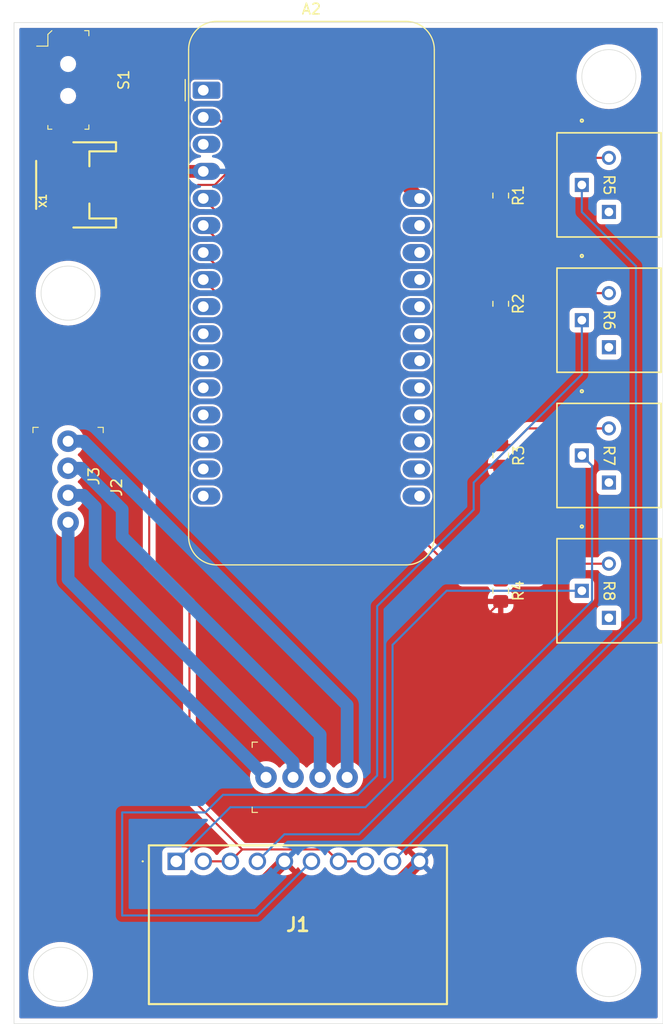
<source format=kicad_pcb>
(kicad_pcb (version 20240108) (generator "pcbnew") (generator_version "8.0")
  (layers (0 "F.Cu" signal) (31 "B.Cu" signal) (34 "B.Paste" user) (35 "F.Paste" user) (36 "B.SilkS" user "B.Silkscreen") (37 "F.SilkS" user "F.Silkscreen") (38 "B.Mask" user) (39 "F.Mask" user) (44 "Edge.Cuts" user))
  (net 0 "")
  (net 1 "Net-(A2-VBAT)")
  (net 9 "Net-(A2-A3)")
  (net 16 "Net-(A2-A0)")
  (net 19 "Net-(A2-A1)")
  (net 21 "Net-(A2-A2)")
  (net 29 "Net-(J1-Pad1)")
  (net 30 "Net-(J1-Pad4)")
  (net 31 "Net-(J1-Pad9)")
  (net 32 "Net-(J1-Pad6)")
  (net 37 "Net-(J2-Pad1)")
  (net 38 "Net-(J2-Pad2)")
  (net 39 "Net-(J2-Pad3)")
  (net 40 "Net-(J2-Pad4)")
  (net 41 "+BATT")
  (net 42 "-BATT")
  (net 43 "+3.3V")
  (footprint "Module:Adafruit_Feather" (layer "F.Cu") (at 33.02 19.05)
    (property "Reference" "A2" (at 10.16 -7.62 0) (layer "F.SilkS"))
    (property "Value" "Adafruit_Feather_Generic" (hide yes))
    (fp_line (start -1.7 1) (end -1.7 -1) (stroke (width 0.12)) (layer "F.SilkS"))
    (fp_line (start -1.38 -3.81) (end -1.38 41.91) (stroke (width 0.12)) (layer "F.SilkS"))
    (fp_line (start 19.05 -6.46) (end 1.27 -6.46) (stroke (width 0.12)) (layer "F.SilkS"))
    (fp_line (start 19.05 44.56) (end 1.27 44.56) (stroke (width 0.12)) (layer "F.SilkS"))
    (fp_line (start 21.7 -3.81) (end 21.7 41.91) (stroke (width 0.12)) (layer "F.SilkS"))
    (fp_arc (start -1.38 -3.81) (mid -0.603833 -5.683833) (end 1.27 -6.46) (stroke (width 0.12)) (layer "F.SilkS"))
    (fp_arc (start 1.27 44.56) (mid -0.603833 43.783833) (end -1.38 41.91) (stroke (width 0.12)) (layer "F.SilkS"))
    (fp_arc (start 19.05 -6.46) (mid 20.923833 -5.683833) (end 21.7 -3.81) (stroke (width 0.12)) (layer "F.SilkS"))
    (fp_arc (start 21.7 41.91) (mid 20.923833 43.783833) (end 19.05 44.56) (stroke (width 0.12)) (layer "F.SilkS"))
    (pad "1" thru_hole roundrect (at 0 0) (size 2.6 1.6) (drill 1 (offset 0.3 0)) (layers "*.Cu" "*.Mask") (roundrect_rratio 0.15625))
    (pad "2" thru_hole oval (at 0 2.54) (size 2.6 1.6) (drill 1 (offset 0.3 0)) (layers "*.Cu" "*.Mask") (net 43 "+3.3V"))
    (pad "3" thru_hole oval (at 0 5.08) (size 2.6 1.6) (drill 1 (offset 0.3 0)) (layers "*.Cu" "*.Mask"))
    (pad "4" thru_hole oval (at 0 7.62) (size 2.6 1.6) (drill 1 (offset 0.3 0)) (layers "*.Cu" "*.Mask") (net 42 "-BATT"))
    (pad "5" thru_hole oval (at 0 10.16) (size 2.6 1.6) (drill 1 (offset 0.3 0)) (layers "*.Cu" "*.Mask") (net 16 "Net-(A2-A0)"))
    (pad "6" thru_hole oval (at 0 12.7) (size 2.6 1.6) (drill 1 (offset 0.3 0)) (layers "*.Cu" "*.Mask") (net 19 "Net-(A2-A1)"))
    (pad "7" thru_hole oval (at 0 15.24) (size 2.6 1.6) (drill 1 (offset 0.3 0)) (layers "*.Cu" "*.Mask") (net 21 "Net-(A2-A2)"))
    (pad "8" thru_hole oval (at 0 17.78) (size 2.6 1.6) (drill 1 (offset 0.3 0)) (layers "*.Cu" "*.Mask") (net 9 "Net-(A2-A3)"))
    (pad "9" thru_hole oval (at 0 20.32) (size 2.6 1.6) (drill 1 (offset 0.3 0)) (layers "*.Cu" "*.Mask"))
    (pad "10" thru_hole oval (at 0 22.86) (size 2.6 1.6) (drill 1 (offset 0.3 0)) (layers "*.Cu" "*.Mask"))
    (pad "11" thru_hole oval (at 0 25.4) (size 2.6 1.6) (drill 1 (offset 0.3 0)) (layers "*.Cu" "*.Mask"))
    (pad "12" thru_hole oval (at 0 27.94) (size 2.6 1.6) (drill 1 (offset 0.3 0)) (layers "*.Cu" "*.Mask"))
    (pad "13" thru_hole oval (at 0 30.48) (size 2.6 1.6) (drill 1 (offset 0.3 0)) (layers "*.Cu" "*.Mask"))
    (pad "14" thru_hole oval (at 0 33.02) (size 2.6 1.6) (drill 1 (offset 0.3 0)) (layers "*.Cu" "*.Mask"))
    (pad "15" thru_hole oval (at 0 35.56) (size 2.6 1.6) (drill 1 (offset 0.3 0)) (layers "*.Cu" "*.Mask"))
    (pad "16" thru_hole oval (at 0 38.1) (size 2.6 1.6) (drill 1 (offset 0.3 0)) (layers "*.Cu" "*.Mask"))
    (pad "17" thru_hole oval (at 20.32 38.1 180) (size 2.6 1.6) (drill 1 (offset 0.3 0)) (layers "*.Cu" "*.Mask"))
    (pad "18" thru_hole oval (at 20.32 35.56 180) (size 2.6 1.6) (drill 1 (offset 0.3 0)) (layers "*.Cu" "*.Mask"))
    (pad "19" thru_hole oval (at 20.32 33.02 180) (size 2.6 1.6) (drill 1 (offset 0.3 0)) (layers "*.Cu" "*.Mask"))
    (pad "20" thru_hole oval (at 20.32 30.48 180) (size 2.6 1.6) (drill 1 (offset 0.3 0)) (layers "*.Cu" "*.Mask"))
    (pad "21" thru_hole oval (at 20.32 27.94 180) (size 2.6 1.6) (drill 1 (offset 0.3 0)) (layers "*.Cu" "*.Mask"))
    (pad "22" thru_hole oval (at 20.32 25.4 180) (size 2.6 1.6) (drill 1 (offset 0.3 0)) (layers "*.Cu" "*.Mask"))
    (pad "23" thru_hole oval (at 20.32 22.86 180) (size 2.6 1.6) (drill 1 (offset 0.3 0)) (layers "*.Cu" "*.Mask"))
    (pad "24" thru_hole oval (at 20.32 20.32 180) (size 2.6 1.6) (drill 1 (offset 0.3 0)) (layers "*.Cu" "*.Mask"))
    (pad "25" thru_hole oval (at 20.32 17.78 180) (size 2.6 1.6) (drill 1 (offset 0.3 0)) (layers "*.Cu" "*.Mask"))
    (pad "26" thru_hole oval (at 20.32 15.24 180) (size 2.6 1.6) (drill 1 (offset 0.3 0)) (layers "*.Cu" "*.Mask"))
    (pad "27" thru_hole oval (at 20.32 12.7 180) (size 2.6 1.6) (drill 1 (offset 0.3 0)) (layers "*.Cu" "*.Mask"))
    (pad "28" thru_hole oval (at 20.32 10.16 180) (size 2.6 1.6) (drill 1 (offset 0.3 0)) (layers "*.Cu" "*.Mask") (net 1 "Net-(A2-VBAT)"))
  )
  (footprint "Resistor_SMD:R_0805_2012Metric_Pad1.20x1.40mm_HandSolder" (layer "F.Cu") (at 60.96 66.04 -90)
    (property "Reference" "R4" (at 0 -1.65 90) (layer "F.SilkS"))
    (property "Value" "R")
    (fp_line (start -0.227064 0.735) (end 0.227064 0.735) (stroke (width 0.12)) (layer "F.SilkS"))
    (fp_line (start -0.227064 -0.735) (end 0.227064 -0.735) (stroke (width 0.12)) (layer "F.SilkS"))
    (pad "1" smd roundrect (at -1 0 270) (size 1.2 1.4) (layers "F.Cu" "F.Paste" "F.Mask") (roundrect_rratio 0.208333) (net 9 "Net-(A2-A3)"))
    (pad "2" smd roundrect (at 1 0 270) (size 1.2 1.4) (layers "F.Cu" "F.Paste" "F.Mask") (roundrect_rratio 0.208333) (net 42 "-BATT"))
  )
  (footprint "digikey-footprints:PinHeader_1x4_P2.54mm_Drill1.02mm" (layer "F.Cu") (at 38.913134 83.548351)
    (property "Reference" "J3" (at -16.172117 -28.273079 90) (layer "F.SilkS"))
    (property "Value" "0022232041")
    (fp_line (start -1.3 -3.3) (end -1.3 -2.8) (stroke (width 0.1)) (layer "F.SilkS"))
    (fp_line (start -1.3 -3.3) (end -0.8 -3.3) (stroke (width 0.1)) (layer "F.SilkS"))
    (fp_line (start -1.3 3.3) (end -1.3 2.8) (stroke (width 0.1)) (layer "F.SilkS"))
    (fp_line (start -1.3 3.3) (end -0.8 3.3) (stroke (width 0.1)) (layer "F.SilkS"))
    (pad "1" thru_hole circle (at 0 0) (size 2.02 2.02) (drill 1.02) (layers "*.Cu" "*.Mask") (net 40 "Net-(J2-Pad4)"))
    (pad "2" thru_hole circle (at 2.54 0) (size 2.02 2.02) (drill 1.02) (layers "*.Cu" "*.Mask") (net 39 "Net-(J2-Pad3)"))
    (pad "3" thru_hole circle (at 5.08 0) (size 2.02 2.02) (drill 1.02) (layers "*.Cu" "*.Mask") (net 38 "Net-(J2-Pad2)"))
    (pad "4" thru_hole circle (at 7.62 0) (size 2.02 2.02) (drill 1.02) (layers "*.Cu" "*.Mask") (net 37 "Net-(J2-Pad1)"))
  )
  (footprint "footprints2:POT_3386P" (layer "F.Cu") (at 71.12 63.5 -90)
    (property "Reference" "R8" (at 2.54 -0.0127 -90) (layer "F.SilkS"))
    (property "Value" "3386P-1-103TLF")
    (fp_line (start -2.3495 4.8768) (end -2.3495 -4.9022) (stroke (width 0.1524)) (layer "F.SilkS"))
    (fp_line (start 7.4295 4.8768) (end -2.3495 4.8768) (stroke (width 0.1524)) (layer "F.SilkS"))
    (fp_line (start -2.3495 -4.9022) (end 7.4295 -4.9022) (stroke (width 0.1524)) (layer "F.SilkS"))
    (fp_line (start 7.4295 -4.9022) (end 7.4295 4.8768) (stroke (width 0.1524)) (layer "F.SilkS"))
    (fp_circle (center -3.4925 2.54) (end -3.3655 2.54) (stroke (width 0.1524)) (fill none) (layer "F.SilkS"))
    (pad "1" thru_hole circle (at 0 0 270) (size 1.3208 1.3208) (drill 0.8128) (layers "*.Cu" "*.Mask") (net 9 "Net-(A2-A3)"))
    (pad "2" thru_hole rect (at 2.54 2.54 270) (size 1.3208 1.3208) (drill 0.8128) (layers "*.Cu" "*.Mask") (net 29 "Net-(J1-Pad1)"))
    (pad "3" thru_hole rect (at 5.08 0 270) (size 1.3208 1.3208) (drill 0.8128) (layers "*.Cu" "*.Mask"))
  )
  (footprint "footprints2:POT_3386P" (layer "F.Cu") (at 71.12 38.1 -90)
    (property "Reference" "R6" (at 2.54 -0.0127 -90) (layer "F.SilkS"))
    (property "Value" "3386P-1-103TLF")
    (fp_line (start -2.3495 4.8768) (end -2.3495 -4.9022) (stroke (width 0.1524)) (layer "F.SilkS"))
    (fp_line (start 7.4295 4.8768) (end -2.3495 4.8768) (stroke (width 0.1524)) (layer "F.SilkS"))
    (fp_line (start -2.3495 -4.9022) (end 7.4295 -4.9022) (stroke (width 0.1524)) (layer "F.SilkS"))
    (fp_line (start 7.4295 -4.9022) (end 7.4295 4.8768) (stroke (width 0.1524)) (layer "F.SilkS"))
    (fp_circle (center -3.4925 2.54) (end -3.3655 2.54) (stroke (width 0.1524)) (fill none) (layer "F.SilkS"))
    (pad "1" thru_hole circle (at 0 0 270) (size 1.3208 1.3208) (drill 0.8128) (layers "*.Cu" "*.Mask") (net 19 "Net-(A2-A1)"))
    (pad "2" thru_hole rect (at 2.54 2.54 270) (size 1.3208 1.3208) (drill 0.8128) (layers "*.Cu" "*.Mask") (net 32 "Net-(J1-Pad6)"))
    (pad "3" thru_hole rect (at 5.08 0 270) (size 1.3208 1.3208) (drill 0.8128) (layers "*.Cu" "*.Mask"))
  )
  (footprint "digikey-footprints:Switch_Slide_JS202011SCQN" (layer "F.Cu") (at 20.34603 18.085733 -90)
    (property "Reference" "S1" (at 0 -5.2 90) (layer "F.SilkS"))
    (property "Value" "JS202011SCQN")
    (fp_line (start -4.275 1.925) (end -3.175 1.925) (stroke (width 0.1)) (layer "F.SilkS"))
    (fp_line (start -3.175 1.925) (end -3.175 2.975) (stroke (width 0.1)) (layer "F.SilkS"))
    (fp_line (start 4.625 1.925) (end 4.275 1.925) (stroke (width 0.1)) (layer "F.SilkS"))
    (fp_line (start -4.625 1.55) (end -4.275 1.925) (stroke (width 0.1)) (layer "F.SilkS"))
    (fp_line (start 4.625 1.55) (end 4.625 1.925) (stroke (width 0.1)) (layer "F.SilkS"))
    (fp_line (start -4.625 -1.925) (end -4.625 -1.525) (stroke (width 0.1)) (layer "F.SilkS"))
    (fp_line (start -4.15 -1.925) (end -4.625 -1.925) (stroke (width 0.1)) (layer "F.SilkS"))
    (fp_line (start 4.225 -1.925) (end 4.625 -1.925) (stroke (width 0.1)) (layer "F.SilkS"))
    (fp_line (start 4.625 -1.925) (end 4.625 -1.55) (stroke (width 0.1)) (layer "F.SilkS"))
    (pad "1" smd rect (at -2.5 2.75 270) (size 1.2 2.5) (layers "F.Cu" "F.Paste" "F.Mask") (net 1 "Net-(A2-VBAT)"))
    (pad "2" smd rect (at 0 2.75 270) (size 1.2 2.5) (layers "F.Cu" "F.Paste" "F.Mask") (net 41 "+BATT"))
    (pad "3" smd rect (at 2.5 2.75 270) (size 1.2 2.5) (layers "F.Cu" "F.Paste" "F.Mask"))
    (pad "4" smd rect (at -2.5 -2.75 270) (size 1.2 2.5) (layers "F.Cu" "F.Paste" "F.Mask") (net 1 "Net-(A2-VBAT)"))
    (pad "5" smd rect (at 0 -2.75 270) (size 1.2 2.5) (layers "F.Cu" "F.Paste" "F.Mask") (net 41 "+BATT"))
    (pad "6" smd rect (at 2.5 -2.75 270) (size 1.2 2.5) (layers "F.Cu" "F.Paste" "F.Mask"))
  )
  (footprint "Resistor_SMD:R_0805_2012Metric_Pad1.20x1.40mm_HandSolder" (layer "F.Cu") (at 60.96 39.1 -90)
    (property "Reference" "R2" (at 0 -1.65 90) (layer "F.SilkS"))
    (property "Value" "R")
    (fp_line (start -0.227064 0.735) (end 0.227064 0.735) (stroke (width 0.12)) (layer "F.SilkS"))
    (fp_line (start -0.227064 -0.735) (end 0.227064 -0.735) (stroke (width 0.12)) (layer "F.SilkS"))
    (pad "1" smd roundrect (at -1 0 270) (size 1.2 1.4) (layers "F.Cu" "F.Paste" "F.Mask") (roundrect_rratio 0.208333) (net 19 "Net-(A2-A1)"))
    (pad "2" smd roundrect (at 1 0 270) (size 1.2 1.4) (layers "F.Cu" "F.Paste" "F.Mask") (roundrect_rratio 0.208333) (net 42 "-BATT"))
  )
  (footprint "JST2 switch:JSTPH2" (layer "F.Cu") (at 20.32 27.94 90)
    (property "Reference" "X1" (at -2.2225 -1.9685 90) (layer "F.SilkS") (effects (font (size 0.666496 0.666496) (thickness 0.146304)) (justify left bottom)))
    (property "Value" "CON_JST_PH_2PIN")
    (fp_line (start -2.25 -3) (end 2.25 -3) (stroke (width 0.2032)) (layer "F.SilkS"))
    (fp_line (start 4 0.5) (end 4 4.5) (stroke (width 0.2032)) (layer "F.SilkS"))
    (fp_line (start 3.15 2) (end 1.75 2) (stroke (width 0.2032)) (layer "F.SilkS"))
    (fp_line (start -1.75 2) (end -3.15 2) (stroke (width 0.2032)) (layer "F.SilkS"))
    (fp_line (start -3.15 2) (end -3.15 4.5) (stroke (width 0.2032)) (layer "F.SilkS"))
    (fp_line (start 4 4.5) (end 3.15 4.5) (stroke (width 0.2032)) (layer "F.SilkS"))
    (fp_line (start 3.15 4.5) (end 3.15 2) (stroke (width 0.2032)) (layer "F.SilkS"))
    (fp_line (start -3.15 4.5) (end -4 4.5) (stroke (width 0.2032)) (layer "F.SilkS"))
    (fp_line (start -4 4.5) (end -4 0.5) (stroke (width 0.2032)) (layer "F.SilkS"))
    (pad "1" smd rect (at -1 3.7 90) (size 1 4.6) (layers "F.Cu" "F.Paste" "F.Mask") (net 42 "-BATT"))
    (pad "2" smd rect (at 1 3.7 90) (size 1 4.6) (layers "F.Cu" "F.Paste" "F.Mask") (net 41 "+BATT"))
    (pad "NC1" smd rect (at -3.4 -1.5 180) (size 3.4 1.6) (layers "F.Cu" "F.Paste" "F.Mask"))
    (pad "NC2" smd rect (at 3.4 -1.5 180) (size 3.4 1.6) (layers "F.Cu" "F.Paste" "F.Mask"))
  )
  (footprint "Resistor_SMD:R_0805_2012Metric_Pad1.20x1.40mm_HandSolder" (layer "F.Cu") (at 60.96 53.34 -90)
    (property "Reference" "R3" (at 0.013734 -1.682641 90) (layer "F.SilkS"))
    (property "Value" "R")
    (fp_line (start -0.227064 0.735) (end 0.227064 0.735) (stroke (width 0.12)) (layer "F.SilkS"))
    (fp_line (start -0.227064 -0.735) (end 0.227064 -0.735) (stroke (width 0.12)) (layer "F.SilkS"))
    (pad "1" smd roundrect (at -1 0 270) (size 1.2 1.4) (layers "F.Cu" "F.Paste" "F.Mask") (roundrect_rratio 0.208333) (net 21 "Net-(A2-A2)"))
    (pad "2" smd roundrect (at 1 0 270) (size 1.2 1.4) (layers "F.Cu" "F.Paste" "F.Mask") (roundrect_rratio 0.208333) (net 42 "-BATT"))
  )
  (footprint "Resistor_SMD:R_0805_2012Metric_Pad1.20x1.40mm_HandSolder" (layer "F.Cu") (at 60.96 28.94 -90)
    (property "Reference" "R1" (at 0 -1.65 90) (layer "F.SilkS"))
    (property "Value" "R")
    (fp_line (start -0.227064 0.735) (end 0.227064 0.735) (stroke (width 0.12)) (layer "F.SilkS"))
    (fp_line (start -0.227064 -0.735) (end 0.227064 -0.735) (stroke (width 0.12)) (layer "F.SilkS"))
    (pad "1" smd roundrect (at -1 0 270) (size 1.2 1.4) (layers "F.Cu" "F.Paste" "F.Mask") (roundrect_rratio 0.208333) (net 16 "Net-(A2-A0)"))
    (pad "2" smd roundrect (at 1 0 270) (size 1.2 1.4) (layers "F.Cu" "F.Paste" "F.Mask") (roundrect_rratio 0.208333) (net 42 "-BATT"))
  )
  (footprint "footprints2:POT_3386P" (layer "F.Cu") (at 71.12 25.4 -90)
    (property "Reference" "R5" (at 2.54 -0.0127 -90) (layer "F.SilkS"))
    (property "Value" "3386P-1-103TLF")
    (fp_line (start -2.3495 4.8768) (end -2.3495 -4.9022) (stroke (width 0.1524)) (layer "F.SilkS"))
    (fp_line (start 7.4295 4.8768) (end -2.3495 4.8768) (stroke (width 0.1524)) (layer "F.SilkS"))
    (fp_line (start -2.3495 -4.9022) (end 7.4295 -4.9022) (stroke (width 0.1524)) (layer "F.SilkS"))
    (fp_line (start 7.4295 -4.9022) (end 7.4295 4.8768) (stroke (width 0.1524)) (layer "F.SilkS"))
    (fp_circle (center -3.4925 2.54) (end -3.3655 2.54) (stroke (width 0.1524)) (fill none) (layer "F.SilkS"))
    (pad "1" thru_hole circle (at 0 0 270) (size 1.3208 1.3208) (drill 0.8128) (layers "*.Cu" "*.Mask") (net 16 "Net-(A2-A0)"))
    (pad "2" thru_hole rect (at 2.54 2.54 270) (size 1.3208 1.3208) (drill 0.8128) (layers "*.Cu" "*.Mask") (net 31 "Net-(J1-Pad9)"))
    (pad "3" thru_hole rect (at 5.08 0 270) (size 1.3208 1.3208) (drill 0.8128) (layers "*.Cu" "*.Mask"))
  )
  (footprint "KiCad:2803812" (layer "F.Cu") (at 30.48 91.44)
    (property "Reference" "J1" (at 11.43 5.95 0) (layer "F.SilkS") (effects (font (size 1.27 1.27) (thickness 0.254))))
    (property "Value" "280381-2" (hide yes))
    (fp_line (start -3.2 0) (end -3.2 0) (stroke (width 0.1)) (layer "F.SilkS"))
    (fp_line (start -3.1 0) (end -3.1 0) (stroke (width 0.1)) (layer "F.SilkS"))
    (fp_line (start -2.57 -1.5) (end -2.57 13.4) (stroke (width 0.2)) (layer "F.SilkS"))
    (fp_line (start -2.57 13.4) (end 25.43 13.4) (stroke (width 0.2)) (layer "F.SilkS"))
    (fp_line (start 25.43 -1.5) (end -2.57 -1.5) (stroke (width 0.2)) (layer "F.SilkS"))
    (fp_line (start 25.43 13.4) (end 25.43 -1.5) (stroke (width 0.2)) (layer "F.SilkS"))
    (fp_arc (start -3.2 0) (mid -3.15 -0.05) (end -3.1 0) (stroke (width 0.1)) (layer "F.SilkS"))
    (fp_arc (start -3.1 0) (mid -3.15 0.05) (end -3.2 0) (stroke (width 0.1)) (layer "F.SilkS"))
    (pad "1" thru_hole rect (at 0 0) (size 1.635 1.635) (drill 1.09) (layers "*.Cu" "*.Mask") (net 29 "Net-(J1-Pad1)"))
    (pad "2" thru_hole circle (at 2.54 0) (size 1.635 1.635) (drill 1.09) (layers "*.Cu" "*.Mask") (net 43 "+3.3V"))
    (pad "3" thru_hole circle (at 5.08 0) (size 1.635 1.635) (drill 1.09) (layers "*.Cu" "*.Mask") (net 43 "+3.3V"))
    (pad "4" thru_hole circle (at 7.62 0) (size 1.635 1.635) (drill 1.09) (layers "*.Cu" "*.Mask") (net 30 "Net-(J1-Pad4)"))
    (pad "5" thru_hole circle (at 10.16 0) (size 1.635 1.635) (drill 1.09) (layers "*.Cu" "*.Mask") (net 42 "-BATT"))
    (pad "6" thru_hole circle (at 12.7 0) (size 1.635 1.635) (drill 1.09) (layers "*.Cu" "*.Mask") (net 32 "Net-(J1-Pad6)"))
    (pad "7" thru_hole circle (at 15.24 0) (size 1.635 1.635) (drill 1.09) (layers "*.Cu" "*.Mask") (net 43 "+3.3V"))
    (pad "8" thru_hole circle (at 17.78 0) (size 1.635 1.635) (drill 1.09) (layers "*.Cu" "*.Mask") (net 43 "+3.3V"))
    (pad "9" thru_hole circle (at 20.32 0) (size 1.635 1.635) (drill 1.09) (layers "*.Cu" "*.Mask") (net 31 "Net-(J1-Pad9)"))
    (pad "10" thru_hole circle (at 22.86 0) (size 1.635 1.635) (drill 1.09) (layers "*.Cu" "*.Mask") (net 42 "-BATT"))
  )
  (footprint "footprints2:POT_3386P" (layer "F.Cu") (at 71.12 50.8 -90)
    (property "Reference" "R7" (at 2.54 -0.0127 -90) (layer "F.SilkS"))
    (property "Value" "3386P-1-103TLF")
    (fp_line (start -2.3495 4.8768) (end -2.3495 -4.9022) (stroke (width 0.1524)) (layer "F.SilkS"))
    (fp_line (start 7.4295 4.8768) (end -2.3495 4.8768) (stroke (width 0.1524)) (layer "F.SilkS"))
    (fp_line (start -2.3495 -4.9022) (end 7.4295 -4.9022) (stroke (width 0.1524)) (layer "F.SilkS"))
    (fp_line (start 7.4295 -4.9022) (end 7.4295 4.8768) (stroke (width 0.1524)) (layer "F.SilkS"))
    (fp_circle (center -3.4925 2.54) (end -3.3655 2.54) (stroke (width 0.1524)) (fill none) (layer "F.SilkS"))
    (pad "1" thru_hole circle (at 0 0 270) (size 1.3208 1.3208) (drill 0.8128) (layers "*.Cu" "*.Mask") (net 21 "Net-(A2-A2)"))
    (pad "2" thru_hole rect (at 2.54 2.54 270) (size 1.3208 1.3208) (drill 0.8128) (layers "*.Cu" "*.Mask") (net 30 "Net-(J1-Pad4)"))
    (pad "3" thru_hole rect (at 5.08 0 270) (size 1.3208 1.3208) (drill 0.8128) (layers "*.Cu" "*.Mask"))
  )
  (footprint "digikey-footprints:PinHeader_1x4_P2.54mm_Drill1.02mm" (layer "F.Cu") (at 20.32 52 -90)
    (property "Reference" "J2" (at 4.33 -4.56 90) (layer "F.SilkS"))
    (property "Value" "0022232041")
    (fp_line (start -1.3 3.3) (end -0.8 3.3) (stroke (width 0.1)) (layer "F.SilkS"))
    (fp_line (start -1.3 3.3) (end -1.3 2.8) (stroke (width 0.1)) (layer "F.SilkS"))
    (fp_line (start -1.3 -3.3) (end -1.3 -2.8) (stroke (width 0.1)) (layer "F.SilkS"))
    (fp_line (start -1.3 -3.3) (end -0.8 -3.3) (stroke (width 0.1)) (layer "F.SilkS"))
    (pad "1" thru_hole circle (at 0 0 270) (size 2.02 2.02) (drill 1.02) (layers "*.Cu" "*.Mask") (net 37 "Net-(J2-Pad1)"))
    (pad "2" thru_hole circle (at 2.54 0 270) (size 2.02 2.02) (drill 1.02) (layers "*.Cu" "*.Mask") (net 38 "Net-(J2-Pad2)"))
    (pad "3" thru_hole circle (at 5.08 0 270) (size 2.02 2.02) (drill 1.02) (layers "*.Cu" "*.Mask") (net 39 "Net-(J2-Pad3)"))
    (pad "4" thru_hole circle (at 7.62 0 270) (size 2.02 2.02) (drill 1.02) (layers "*.Cu" "*.Mask") (net 40 "Net-(J2-Pad4)"))
  )
  (gr_circle (center 19.610328 102.048299) (end 19.610328 99.508299) (stroke (width 0.05)) (fill none) (layer "Edge.Cuts"))
  (gr_circle (center 71.12 17.78) (end 71.12 15.24) (stroke (width 0.05)) (fill none) (layer "Edge.Cuts"))
  (gr_circle (center 20.32 38.1) (end 20.32 35.56) (stroke (width 0.05)) (fill none) (layer "Edge.Cuts"))
  (gr_circle (center 71.12 101.6) (end 71.12 99.06) (stroke (width 0.05)) (fill none) (layer "Edge.Cuts"))
  (gr_rect (start 15.24 12.7) (end 76.2 106.68) (stroke (width 0.05)) (fill none) (layer "Edge.Cuts"))
  (segment (start 23.12 15.59) (end 39.72 15.59) (width 1.2) (layer "F.Cu") (net 1))
  (segment (start 17.87 15.24) (end 17.52 15.59) (width 1.2) (layer "F.Cu") (net 1))
  (segment (start 22.77 15.24) (end 17.87 15.24) (width 1.2) (layer "F.Cu") (net 1))
  (segment (start 23.12 15.59) (end 22.77 15.24) (width 1.2) (layer "F.Cu") (net 1))
  (segment (start 39.72 15.59) (end 53.34 29.21) (width 1.2) (layer "F.Cu") (net 1))
  (segment (start 57.42 65.04) (end 60.96 65.04) (width 0.2) (layer "F.Cu") (net 9))
  (segment (start 33.02 36.83) (end 48.26 52.07) (width 0.2) (layer "F.Cu") (net 9))
  (segment (start 48.26 55.88) (end 57.42 65.04) (width 0.2) (layer "F.Cu") (net 9))
  (segment (start 66.04 63.5) (end 71.12 63.5) (width 0.2) (layer "F.Cu") (net 9))
  (segment (start 60.96 65.04) (end 64.5 65.04) (width 0.2) (layer "F.Cu") (net 9))
  (segment (start 64.5 65.04) (end 66.04 63.5) (width 0.2) (layer "F.Cu") (net 9))
  (segment (start 48.26 52.07) (end 48.26 55.88) (width 0.2) (layer "F.Cu") (net 9))
  (segment (start 33.02 29.21) (end 34.12 30.31) (width 0.2) (layer "F.Cu") (net 16))
  (segment (start 58.59 30.31) (end 60.96 27.94) (width 0.2) (layer "F.Cu") (net 16))
  (segment (start 60.96 27.94) (end 63.5 27.94) (width 0.2) (layer "F.Cu") (net 16))
  (segment (start 63.5 27.94) (end 66.04 25.4) (width 0.2) (layer "F.Cu") (net 16))
  (segment (start 34.12 30.31) (end 58.59 30.31) (width 0.2) (layer "F.Cu") (net 16))
  (segment (start 66.04 25.4) (end 71.12 25.4) (width 0.2) (layer "F.Cu") (net 16))
  (segment (start 33.02 31.75) (end 39.37 38.1) (width 0.2) (layer "F.Cu") (net 19))
  (segment (start 39.37 38.1) (end 60.96 38.1) (width 0.2) (layer "F.Cu") (net 19))
  (segment (start 60.96 38.1) (end 71.12 38.1) (width 0.2) (layer "F.Cu") (net 19))
  (segment (start 60.96 52.34) (end 61.96 52.34) (width 0.2) (layer "F.Cu") (net 21))
  (segment (start 63.5 50.8) (end 71.12 50.8) (width 0.2) (layer "F.Cu") (net 21))
  (segment (start 49.7 50.97) (end 59.59 50.97) (width 0.2) (layer "F.Cu") (net 21))
  (segment (start 59.59 50.97) (end 60.96 52.34) (width 0.2) (layer "F.Cu") (net 21))
  (segment (start 33.02 34.29) (end 49.7 50.97) (width 0.2) (layer "F.Cu") (net 21))
  (segment (start 61.96 52.34) (end 63.5 50.8) (width 0.2) (layer "F.Cu") (net 21))
  (segment (start 48.26 86.36) (end 35.56 86.36) (width 0.2) (layer "B.Cu") (net 29))
  (segment (start 55.88 66.04) (end 50.8 71.12) (width 0.2) (layer "B.Cu") (net 29))
  (segment (start 68.58 66.04) (end 55.88 66.04) (width 0.2) (layer "B.Cu") (net 29))
  (segment (start 35.56 86.36) (end 30.48 91.44) (width 0.2) (layer "B.Cu") (net 29))
  (segment (start 50.8 71.12) (end 50.8 83.82) (width 0.2) (layer "B.Cu") (net 29))
  (segment (start 50.8 83.82) (end 48.26 86.36) (width 0.2) (layer "B.Cu") (net 29))
  (segment (start 69.5404 67.0004) (end 47.6408 88.9) (width 0.2) (layer "B.Cu") (net 30))
  (segment (start 68.58 53.34) (end 69.5404 54.3004) (width 0.2) (layer "B.Cu") (net 30))
  (segment (start 40.64 88.9) (end 38.1 91.44) (width 0.2) (layer "B.Cu") (net 30))
  (segment (start 69.5404 54.3004) (end 69.5404 67.0004) (width 0.2) (layer "B.Cu") (net 30))
  (segment (start 47.6408 88.9) (end 40.64 88.9) (width 0.2) (layer "B.Cu") (net 30))
  (segment (start 68.58 30.48) (end 68.58 27.94) (width 0.2) (layer "B.Cu") (net 31))
  (segment (start 50.8 91.44) (end 73.66 68.58) (width 0.2) (layer "B.Cu") (net 31))
  (segment (start 73.66 35.56) (end 68.58 30.48) (width 0.2) (layer "B.Cu") (net 31))
  (segment (start 73.66 68.58) (end 73.66 35.56) (width 0.2) (layer "B.Cu") (net 31))
  (segment (start 58.42 58.42) (end 58.42 55.88) (width 0.2) (layer "B.Cu") (net 32))
  (segment (start 47.535883 85.198729) (end 49.350368 83.384244) (width 0.2) (layer "B.Cu") (net 32))
  (segment (start 25.4 96.52) (end 25.4 86.845635) (width 0.2) (layer "B.Cu") (net 32))
  (segment (start 58.42 55.88) (end 68.58 45.72) (width 0.2) (layer "B.Cu") (net 32))
  (segment (start 49.350368 83.384244) (end 49.350368 67.489632) (width 0.2) (layer "B.Cu") (net 32))
  (segment (start 25.4 86.845635) (end 33.223869 86.845635) (width 0.2) (layer "B.Cu") (net 32))
  (segment (start 33.223869 86.845635) (end 34.870775 85.198729) (width 0.2) (layer "B.Cu") (net 32))
  (segment (start 49.350368 67.489632) (end 58.42 58.42) (width 0.2) (layer "B.Cu") (net 32))
  (segment (start 34.870775 85.198729) (end 47.535883 85.198729) (width 0.2) (layer "B.Cu") (net 32))
  (segment (start 68.58 45.72) (end 68.58 40.64) (width 0.2) (layer "B.Cu") (net 32))
  (segment (start 38.1 96.52) (end 25.4 96.52) (width 0.2) (layer "B.Cu") (net 32))
  (segment (start 43.18 91.44) (end 38.1 96.52) (width 0.2) (layer "B.Cu") (net 32))
  (segment (start 21.748355 52) (end 20.32 52) (width 1.2) (layer "B.Cu") (net 37))
  (segment (start 46.533134 76.784779) (end 21.748355 52) (width 1.2) (layer "B.Cu") (net 37))
  (segment (start 46.533134 83.548351) (end 46.533134 76.784779) (width 1.2) (layer "B.Cu") (net 37))
  (segment (start 43.993134 83.548351) (end 43.993134 79.553134) (width 1.2) (layer "B.Cu") (net 38))
  (segment (start 25.4 58.42) (end 21.52 54.54) (width 1.2) (layer "B.Cu") (net 38))
  (segment (start 21.52 54.54) (end 20.32 54.54) (width 1.2) (layer "B.Cu") (net 38))
  (segment (start 43.993134 79.553134) (end 25.4 60.96) (width 1.2) (layer "B.Cu") (net 38))
  (segment (start 25.4 60.96) (end 25.4 58.42) (width 1.2) (layer "B.Cu") (net 38))
  (segment (start 22.86 58.191645) (end 21.748355 57.08) (width 1.2) (layer "B.Cu") (net 39))
  (segment (start 41.453134 83.548351) (end 41.453134 82.119996) (width 1.2) (layer "B.Cu") (net 39))
  (segment (start 22.86 63.526862) (end 22.86 58.191645) (width 1.2) (layer "B.Cu") (net 39))
  (segment (start 21.748355 57.08) (end 20.32 57.08) (width 1.2) (layer "B.Cu") (net 39))
  (segment (start 41.453134 82.119996) (end 22.86 63.526862) (width 1.2) (layer "B.Cu") (net 39))
  (segment (start 38.913134 83.548351) (end 20.32 64.955217) (width 1.2) (layer "B.Cu") (net 40))
  (segment (start 20.32 64.955217) (end 20.32 59.62) (width 1.2) (layer "B.Cu") (net 40))
  (segment (start 24.67 26.29) (end 24.02 26.94) (width 1.2) (layer "F.Cu") (net 41))
  (segment (start 24.67 19.64) (end 24.67 26.29) (width 1.2) (layer "F.Cu") (net 41))
  (segment (start 23.12 18.09) (end 17.52 18.09) (width 1.2) (layer "F.Cu") (net 41))
  (segment (start 23.12 18.09) (end 24.67 19.64) (width 1.2) (layer "F.Cu") (net 41))
  (segment (start 22.86 45.72) (end 25.742294 42.837706) (width 1.2) (layer "F.Cu") (net 42))
  (segment (start 64.318211 29.94) (end 69.938211 35.56) (width 0.2) (layer "F.Cu") (net 42))
  (segment (start 58.42 69.58) (end 58.42 83.82) (width 0.2) (layer "F.Cu") (net 42))
  (segment (start 58.42 86.36) (end 53.34 91.44) (width 0.2) (layer "F.Cu") (net 42))
  (segment (start 60.96 54.34) (end 67.04 54.34) (width 0.2) (layer "F.Cu") (net 42))
  (segment (start 67.04 54.34) (end 73.66 60.96) (width 0.2) (layer "F.Cu") (net 42))
  (segment (start 60.96 40.1) (end 66.58 45.72) (width 0.2) (layer "F.Cu") (net 42))
  (segment (start 24.02 28.94) (end 27.94 28.94) (width 1.2) (layer "F.Cu") (net 42))
  (segment (start 33.02 99.06) (end 34.29 97.79) (width 1.2) (layer "F.Cu") (net 42))
  (segment (start 66.58 45.72) (end 73.66 45.72) (width 0.2) (layer "F.Cu") (net 42))
  (segment (start 68.58 73.66) (end 58.42 83.82) (width 0.2) (layer "F.Cu") (net 42))
  (segment (start 46.99 97.79) (end 53.34 91.44) (width 1.2) (layer "F.Cu") (net 42))
  (segment (start 60.96 67.04) (end 58.42 69.58) (width 0.2) (layer "F.Cu") (net 42))
  (segment (start 27.94 28.94) (end 30.21 26.67) (width 1.2) (layer "F.Cu") (net 42))
  (segment (start 73.66 71.12) (end 71.12 73.66) (width 0.2) (layer "F.Cu") (net 42))
  (segment (start 25.742294 42.837706) (end 25.742294 33.362294) (width 1.2) (layer "F.Cu") (net 42))
  (segment (start 73.66 35.56) (end 73.66 45.72) (width 0.2) (layer "F.Cu") (net 42))
  (segment (start 71.12 73.66) (end 68.58 73.66) (width 0.2) (layer "F.Cu") (net 42))
  (segment (start 22.86 99.06) (end 33.02 99.06) (width 1.2) (layer "F.Cu") (net 42))
  (segment (start 34.29 97.79) (end 46.99 97.79) (width 1.2) (layer "F.Cu") (net 42))
  (segment (start 25.742294 33.362294) (end 27.94 31.164588) (width 1.2) (layer "F.Cu") (net 42))
  (segment (start 27.94 31.164588) (end 27.94 28.94) (width 1.2) (layer "F.Cu") (net 42))
  (segment (start 58.42 83.82) (end 58.42 86.36) (width 0.2) (layer "F.Cu") (net 42))
  (segment (start 60.96 29.94) (end 64.318211 29.94) (width 0.2) (layer "F.Cu") (net 42))
  (segment (start 30.21 26.67) (end 33.02 26.67) (width 1.2) (layer "F.Cu") (net 42))
  (segment (start 22.86 45.72) (end 22.86 99.06) (width 1.2) (layer "F.Cu") (net 42))
  (segment (start 69.938211 35.56) (end 73.66 35.56) (width 0.2) (layer "F.Cu") (net 42))
  (segment (start 33.02 99.06) (end 40.64 91.44) (width 1.2) (layer "F.Cu") (net 42))
  (segment (start 73.66 45.72) (end 73.66 71.12) (width 0.2) (layer "F.Cu") (net 42))
  (segment (start 34.29 21.59) (end 33.02 21.59) (width 0.2) (layer "F.Cu") (net 43))
  (segment (start 36.6775 90.3225) (end 44.6025 90.3225) (width 0.2) (layer "F.Cu") (net 43))
  (segment (start 31.72 67.28) (end 27.94 63.5) (width 0.2) (layer "F.Cu") (net 43))
  (segment (start 35.56 22.86) (end 34.29 21.59) (width 0.2) (layer "F.Cu") (net 43))
  (segment (start 45.72 91.44) (end 48.26 91.44) (width 0.2) (layer "F.Cu") (net 43))
  (segment (start 44.6025 90.3225) (end 45.72 91.44) (width 0.2) (layer "F.Cu") (net 43))
  (segment (start 34.105635 27.94) (end 35.56 26.485635) (width 0.2) (layer "F.Cu") (net 43))
  (segment (start 27.94 34.29) (end 30.48 31.75) (width 0.2) (layer "F.Cu") (net 43))
  (segment (start 30.48 29.994365) (end 32.534365 27.94) (width 0.2) (layer "F.Cu") (net 43))
  (segment (start 33.02 91.44) (end 35.56 91.44) (width 0.2) (layer "F.Cu") (net 43))
  (segment (start 32.534365 27.94) (end 34.105635 27.94) (width 0.2) (layer "F.Cu") (net 43))
  (segment (start 27.94 63.5) (end 27.94 34.29) (width 0.2) (layer "F.Cu") (net 43))
  (segment (start 31.72 85.365) (end 31.72 67.28) (width 0.2) (layer "F.Cu") (net 43))
  (segment (start 35.56 26.485635) (end 35.56 22.86) (width 0.2) (layer "F.Cu") (net 43))
  (segment (start 36.6775 90.3225) (end 31.72 85.365) (width 0.2) (layer "F.Cu") (net 43))
  (segment (start 35.56 91.44) (end 36.6775 90.3225) (width 0.2) (layer "F.Cu") (net 43))
  (segment (start 30.48 31.75) (end 30.48 29.994365) (width 0.2) (layer "F.Cu") (net 43))
  (zone (net 42) (net_name "-BATT") (layers "F&B.Cu") (connect_pads (clearance 0.5)) (min_thickness 0.25) (fill yes (thermal_gap 0.5) (thermal_bridge_width 0.5))
    (polygon (pts (xy 76.2 106.68) (xy 76.2 12.7) (xy 15.24 12.7) (xy 15.24 106.68)))
  )
)
</source>
